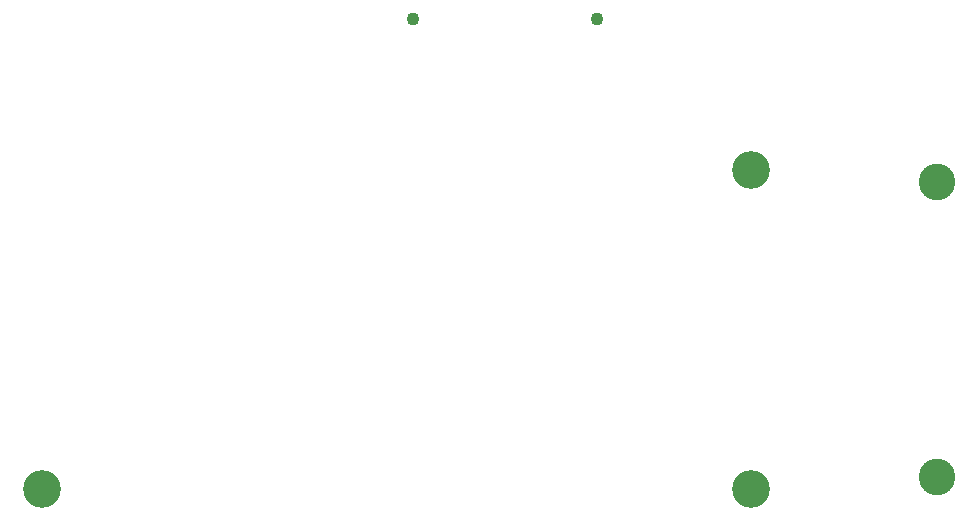
<source format=gbr>
%TF.GenerationSoftware,KiCad,Pcbnew,9.0.3+1*%
%TF.CreationDate,2025-08-21T21:39:01+01:00*%
%TF.ProjectId,Elytra,456c7974-7261-42e6-9b69-6361645f7063,rev?*%
%TF.SameCoordinates,Original*%
%TF.FileFunction,NonPlated,1,4,NPTH,Drill*%
%TF.FilePolarity,Positive*%
%FSLAX46Y46*%
G04 Gerber Fmt 4.6, Leading zero omitted, Abs format (unit mm)*
G04 Created by KiCad (PCBNEW 9.0.3+1) date 2025-08-21 21:39:01*
%MOMM*%
%LPD*%
G01*
G04 APERTURE LIST*
%TA.AperFunction,ComponentDrill*%
%ADD10C,1.092200*%
%TD*%
%TA.AperFunction,ComponentDrill*%
%ADD11C,3.100000*%
%TD*%
%TA.AperFunction,ComponentDrill*%
%ADD12C,3.200000*%
%TD*%
G04 APERTURE END LIST*
D10*
%TO.C,J1*%
X153357700Y-68708700D03*
X169007701Y-68708700D03*
D11*
%TO.C,DSUB1*%
X197787600Y-82499000D03*
X197787600Y-107489000D03*
D12*
%TO.C,H3*%
X122000000Y-108500000D03*
%TO.C,H2*%
X182000000Y-81500000D03*
%TO.C,H1*%
X182000000Y-108500000D03*
M02*

</source>
